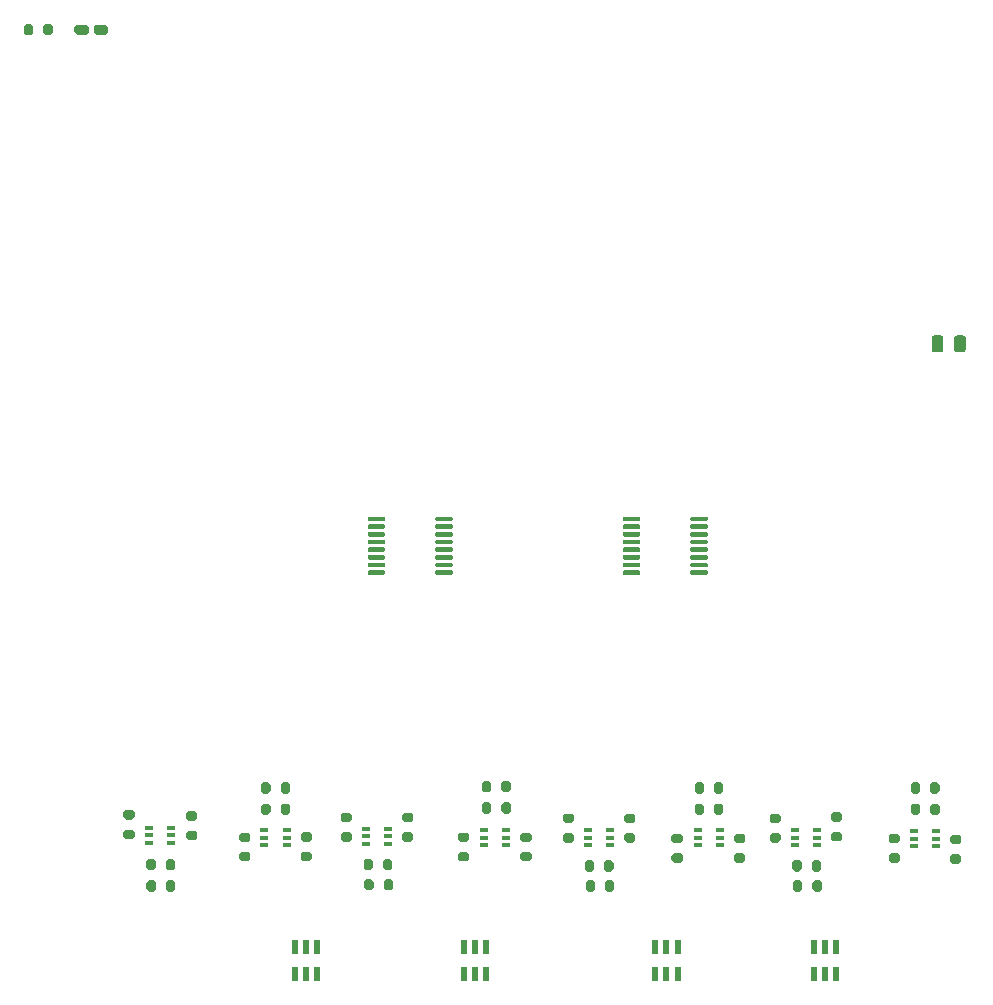
<source format=gtp>
G04 #@! TF.GenerationSoftware,KiCad,Pcbnew,5.1.10-88a1d61d58~90~ubuntu20.04.1*
G04 #@! TF.CreationDate,2021-09-14T19:28:04-05:00*
G04 #@! TF.ProjectId,serial_logger_uart_expander,73657269-616c-45f6-9c6f-676765725f75,rev?*
G04 #@! TF.SameCoordinates,Original*
G04 #@! TF.FileFunction,Paste,Top*
G04 #@! TF.FilePolarity,Positive*
%FSLAX46Y46*%
G04 Gerber Fmt 4.6, Leading zero omitted, Abs format (unit mm)*
G04 Created by KiCad (PCBNEW 5.1.10-88a1d61d58~90~ubuntu20.04.1) date 2021-09-14 19:28:04*
%MOMM*%
%LPD*%
G01*
G04 APERTURE LIST*
%ADD10R,0.600000X1.200000*%
%ADD11R,0.650000X0.400000*%
G04 APERTURE END LIST*
G36*
G01*
X112575000Y-54012500D02*
X112575000Y-53587500D01*
G75*
G02*
X112787500Y-53375000I212500J0D01*
G01*
X113587500Y-53375000D01*
G75*
G02*
X113800000Y-53587500I0J-212500D01*
G01*
X113800000Y-54012500D01*
G75*
G02*
X113587500Y-54225000I-212500J0D01*
G01*
X112787500Y-54225000D01*
G75*
G02*
X112575000Y-54012500I0J212500D01*
G01*
G37*
G36*
G01*
X114200000Y-54012500D02*
X114200000Y-53587500D01*
G75*
G02*
X114412500Y-53375000I212500J0D01*
G01*
X115212500Y-53375000D01*
G75*
G02*
X115425000Y-53587500I0J-212500D01*
G01*
X115425000Y-54012500D01*
G75*
G02*
X115212500Y-54225000I-212500J0D01*
G01*
X114412500Y-54225000D01*
G75*
G02*
X114200000Y-54012500I0J212500D01*
G01*
G37*
G36*
G01*
X165075000Y-118275000D02*
X165075000Y-117725000D01*
G75*
G02*
X165275000Y-117525000I200000J0D01*
G01*
X165675000Y-117525000D01*
G75*
G02*
X165875000Y-117725000I0J-200000D01*
G01*
X165875000Y-118275000D01*
G75*
G02*
X165675000Y-118475000I-200000J0D01*
G01*
X165275000Y-118475000D01*
G75*
G02*
X165075000Y-118275000I0J200000D01*
G01*
G37*
G36*
G01*
X166725000Y-118275000D02*
X166725000Y-117725000D01*
G75*
G02*
X166925000Y-117525000I200000J0D01*
G01*
X167325000Y-117525000D01*
G75*
G02*
X167525000Y-117725000I0J-200000D01*
G01*
X167525000Y-118275000D01*
G75*
G02*
X167325000Y-118475000I-200000J0D01*
G01*
X166925000Y-118475000D01*
G75*
G02*
X166725000Y-118275000I0J200000D01*
G01*
G37*
G36*
G01*
X185025000Y-118275000D02*
X185025000Y-117725000D01*
G75*
G02*
X185225000Y-117525000I200000J0D01*
G01*
X185625000Y-117525000D01*
G75*
G02*
X185825000Y-117725000I0J-200000D01*
G01*
X185825000Y-118275000D01*
G75*
G02*
X185625000Y-118475000I-200000J0D01*
G01*
X185225000Y-118475000D01*
G75*
G02*
X185025000Y-118275000I0J200000D01*
G01*
G37*
G36*
G01*
X183375000Y-118275000D02*
X183375000Y-117725000D01*
G75*
G02*
X183575000Y-117525000I200000J0D01*
G01*
X183975000Y-117525000D01*
G75*
G02*
X184175000Y-117725000I0J-200000D01*
G01*
X184175000Y-118275000D01*
G75*
G02*
X183975000Y-118475000I-200000J0D01*
G01*
X183575000Y-118475000D01*
G75*
G02*
X183375000Y-118275000I0J200000D01*
G01*
G37*
G36*
G01*
X119475000Y-124225000D02*
X119475000Y-124775000D01*
G75*
G02*
X119275000Y-124975000I-200000J0D01*
G01*
X118875000Y-124975000D01*
G75*
G02*
X118675000Y-124775000I0J200000D01*
G01*
X118675000Y-124225000D01*
G75*
G02*
X118875000Y-124025000I200000J0D01*
G01*
X119275000Y-124025000D01*
G75*
G02*
X119475000Y-124225000I0J-200000D01*
G01*
G37*
G36*
G01*
X121125000Y-124225000D02*
X121125000Y-124775000D01*
G75*
G02*
X120925000Y-124975000I-200000J0D01*
G01*
X120525000Y-124975000D01*
G75*
G02*
X120325000Y-124775000I0J200000D01*
G01*
X120325000Y-124225000D01*
G75*
G02*
X120525000Y-124025000I200000J0D01*
G01*
X120925000Y-124025000D01*
G75*
G02*
X121125000Y-124225000I0J-200000D01*
G01*
G37*
G36*
G01*
X148725000Y-118175000D02*
X148725000Y-117625000D01*
G75*
G02*
X148925000Y-117425000I200000J0D01*
G01*
X149325000Y-117425000D01*
G75*
G02*
X149525000Y-117625000I0J-200000D01*
G01*
X149525000Y-118175000D01*
G75*
G02*
X149325000Y-118375000I-200000J0D01*
G01*
X148925000Y-118375000D01*
G75*
G02*
X148725000Y-118175000I0J200000D01*
G01*
G37*
G36*
G01*
X147075000Y-118175000D02*
X147075000Y-117625000D01*
G75*
G02*
X147275000Y-117425000I200000J0D01*
G01*
X147675000Y-117425000D01*
G75*
G02*
X147875000Y-117625000I0J-200000D01*
G01*
X147875000Y-118175000D01*
G75*
G02*
X147675000Y-118375000I-200000J0D01*
G01*
X147275000Y-118375000D01*
G75*
G02*
X147075000Y-118175000I0J200000D01*
G01*
G37*
G36*
G01*
X156650000Y-126025000D02*
X156650000Y-126575000D01*
G75*
G02*
X156450000Y-126775000I-200000J0D01*
G01*
X156050000Y-126775000D01*
G75*
G02*
X155850000Y-126575000I0J200000D01*
G01*
X155850000Y-126025000D01*
G75*
G02*
X156050000Y-125825000I200000J0D01*
G01*
X156450000Y-125825000D01*
G75*
G02*
X156650000Y-126025000I0J-200000D01*
G01*
G37*
G36*
G01*
X158300000Y-126025000D02*
X158300000Y-126575000D01*
G75*
G02*
X158100000Y-126775000I-200000J0D01*
G01*
X157700000Y-126775000D01*
G75*
G02*
X157500000Y-126575000I0J200000D01*
G01*
X157500000Y-126025000D01*
G75*
G02*
X157700000Y-125825000I200000J0D01*
G01*
X158100000Y-125825000D01*
G75*
G02*
X158300000Y-126025000I0J-200000D01*
G01*
G37*
G36*
G01*
X175850000Y-126025000D02*
X175850000Y-126575000D01*
G75*
G02*
X175650000Y-126775000I-200000J0D01*
G01*
X175250000Y-126775000D01*
G75*
G02*
X175050000Y-126575000I0J200000D01*
G01*
X175050000Y-126025000D01*
G75*
G02*
X175250000Y-125825000I200000J0D01*
G01*
X175650000Y-125825000D01*
G75*
G02*
X175850000Y-126025000I0J-200000D01*
G01*
G37*
G36*
G01*
X174200000Y-126025000D02*
X174200000Y-126575000D01*
G75*
G02*
X174000000Y-126775000I-200000J0D01*
G01*
X173600000Y-126775000D01*
G75*
G02*
X173400000Y-126575000I0J200000D01*
G01*
X173400000Y-126025000D01*
G75*
G02*
X173600000Y-125825000I200000J0D01*
G01*
X174000000Y-125825000D01*
G75*
G02*
X174200000Y-126025000I0J-200000D01*
G01*
G37*
G36*
G01*
X130025000Y-120075000D02*
X130025000Y-119525000D01*
G75*
G02*
X130225000Y-119325000I200000J0D01*
G01*
X130625000Y-119325000D01*
G75*
G02*
X130825000Y-119525000I0J-200000D01*
G01*
X130825000Y-120075000D01*
G75*
G02*
X130625000Y-120275000I-200000J0D01*
G01*
X130225000Y-120275000D01*
G75*
G02*
X130025000Y-120075000I0J200000D01*
G01*
G37*
G36*
G01*
X128375000Y-120075000D02*
X128375000Y-119525000D01*
G75*
G02*
X128575000Y-119325000I200000J0D01*
G01*
X128975000Y-119325000D01*
G75*
G02*
X129175000Y-119525000I0J-200000D01*
G01*
X129175000Y-120075000D01*
G75*
G02*
X128975000Y-120275000I-200000J0D01*
G01*
X128575000Y-120275000D01*
G75*
G02*
X128375000Y-120075000I0J200000D01*
G01*
G37*
G36*
G01*
X137900000Y-125925000D02*
X137900000Y-126475000D01*
G75*
G02*
X137700000Y-126675000I-200000J0D01*
G01*
X137300000Y-126675000D01*
G75*
G02*
X137100000Y-126475000I0J200000D01*
G01*
X137100000Y-125925000D01*
G75*
G02*
X137300000Y-125725000I200000J0D01*
G01*
X137700000Y-125725000D01*
G75*
G02*
X137900000Y-125925000I0J-200000D01*
G01*
G37*
G36*
G01*
X139550000Y-125925000D02*
X139550000Y-126475000D01*
G75*
G02*
X139350000Y-126675000I-200000J0D01*
G01*
X138950000Y-126675000D01*
G75*
G02*
X138750000Y-126475000I0J200000D01*
G01*
X138750000Y-125925000D01*
G75*
G02*
X138950000Y-125725000I200000J0D01*
G01*
X139350000Y-125725000D01*
G75*
G02*
X139550000Y-125925000I0J-200000D01*
G01*
G37*
G36*
G01*
X169175000Y-122675000D02*
X168625000Y-122675000D01*
G75*
G02*
X168425000Y-122475000I0J200000D01*
G01*
X168425000Y-122075000D01*
G75*
G02*
X168625000Y-121875000I200000J0D01*
G01*
X169175000Y-121875000D01*
G75*
G02*
X169375000Y-122075000I0J-200000D01*
G01*
X169375000Y-122475000D01*
G75*
G02*
X169175000Y-122675000I-200000J0D01*
G01*
G37*
G36*
G01*
X169175000Y-124325000D02*
X168625000Y-124325000D01*
G75*
G02*
X168425000Y-124125000I0J200000D01*
G01*
X168425000Y-123725000D01*
G75*
G02*
X168625000Y-123525000I200000J0D01*
G01*
X169175000Y-123525000D01*
G75*
G02*
X169375000Y-123725000I0J-200000D01*
G01*
X169375000Y-124125000D01*
G75*
G02*
X169175000Y-124325000I-200000J0D01*
G01*
G37*
G36*
G01*
X187475000Y-124425000D02*
X186925000Y-124425000D01*
G75*
G02*
X186725000Y-124225000I0J200000D01*
G01*
X186725000Y-123825000D01*
G75*
G02*
X186925000Y-123625000I200000J0D01*
G01*
X187475000Y-123625000D01*
G75*
G02*
X187675000Y-123825000I0J-200000D01*
G01*
X187675000Y-124225000D01*
G75*
G02*
X187475000Y-124425000I-200000J0D01*
G01*
G37*
G36*
G01*
X187475000Y-122775000D02*
X186925000Y-122775000D01*
G75*
G02*
X186725000Y-122575000I0J200000D01*
G01*
X186725000Y-122175000D01*
G75*
G02*
X186925000Y-121975000I200000J0D01*
G01*
X187475000Y-121975000D01*
G75*
G02*
X187675000Y-122175000I0J-200000D01*
G01*
X187675000Y-122575000D01*
G75*
G02*
X187475000Y-122775000I-200000J0D01*
G01*
G37*
G36*
G01*
X116925000Y-119875000D02*
X117475000Y-119875000D01*
G75*
G02*
X117675000Y-120075000I0J-200000D01*
G01*
X117675000Y-120475000D01*
G75*
G02*
X117475000Y-120675000I-200000J0D01*
G01*
X116925000Y-120675000D01*
G75*
G02*
X116725000Y-120475000I0J200000D01*
G01*
X116725000Y-120075000D01*
G75*
G02*
X116925000Y-119875000I200000J0D01*
G01*
G37*
G36*
G01*
X116925000Y-121525000D02*
X117475000Y-121525000D01*
G75*
G02*
X117675000Y-121725000I0J-200000D01*
G01*
X117675000Y-122125000D01*
G75*
G02*
X117475000Y-122325000I-200000J0D01*
G01*
X116925000Y-122325000D01*
G75*
G02*
X116725000Y-122125000I0J200000D01*
G01*
X116725000Y-121725000D01*
G75*
G02*
X116925000Y-121525000I200000J0D01*
G01*
G37*
G36*
G01*
X151075000Y-124225000D02*
X150525000Y-124225000D01*
G75*
G02*
X150325000Y-124025000I0J200000D01*
G01*
X150325000Y-123625000D01*
G75*
G02*
X150525000Y-123425000I200000J0D01*
G01*
X151075000Y-123425000D01*
G75*
G02*
X151275000Y-123625000I0J-200000D01*
G01*
X151275000Y-124025000D01*
G75*
G02*
X151075000Y-124225000I-200000J0D01*
G01*
G37*
G36*
G01*
X151075000Y-122575000D02*
X150525000Y-122575000D01*
G75*
G02*
X150325000Y-122375000I0J200000D01*
G01*
X150325000Y-121975000D01*
G75*
G02*
X150525000Y-121775000I200000J0D01*
G01*
X151075000Y-121775000D01*
G75*
G02*
X151275000Y-121975000I0J-200000D01*
G01*
X151275000Y-122375000D01*
G75*
G02*
X151075000Y-122575000I-200000J0D01*
G01*
G37*
G36*
G01*
X154125000Y-120175000D02*
X154675000Y-120175000D01*
G75*
G02*
X154875000Y-120375000I0J-200000D01*
G01*
X154875000Y-120775000D01*
G75*
G02*
X154675000Y-120975000I-200000J0D01*
G01*
X154125000Y-120975000D01*
G75*
G02*
X153925000Y-120775000I0J200000D01*
G01*
X153925000Y-120375000D01*
G75*
G02*
X154125000Y-120175000I200000J0D01*
G01*
G37*
G36*
G01*
X154125000Y-121825000D02*
X154675000Y-121825000D01*
G75*
G02*
X154875000Y-122025000I0J-200000D01*
G01*
X154875000Y-122425000D01*
G75*
G02*
X154675000Y-122625000I-200000J0D01*
G01*
X154125000Y-122625000D01*
G75*
G02*
X153925000Y-122425000I0J200000D01*
G01*
X153925000Y-122025000D01*
G75*
G02*
X154125000Y-121825000I200000J0D01*
G01*
G37*
G36*
G01*
X171625000Y-120175000D02*
X172175000Y-120175000D01*
G75*
G02*
X172375000Y-120375000I0J-200000D01*
G01*
X172375000Y-120775000D01*
G75*
G02*
X172175000Y-120975000I-200000J0D01*
G01*
X171625000Y-120975000D01*
G75*
G02*
X171425000Y-120775000I0J200000D01*
G01*
X171425000Y-120375000D01*
G75*
G02*
X171625000Y-120175000I200000J0D01*
G01*
G37*
G36*
G01*
X171625000Y-121825000D02*
X172175000Y-121825000D01*
G75*
G02*
X172375000Y-122025000I0J-200000D01*
G01*
X172375000Y-122425000D01*
G75*
G02*
X172175000Y-122625000I-200000J0D01*
G01*
X171625000Y-122625000D01*
G75*
G02*
X171425000Y-122425000I0J200000D01*
G01*
X171425000Y-122025000D01*
G75*
G02*
X171625000Y-121825000I200000J0D01*
G01*
G37*
G36*
G01*
X132475000Y-124200000D02*
X131925000Y-124200000D01*
G75*
G02*
X131725000Y-124000000I0J200000D01*
G01*
X131725000Y-123600000D01*
G75*
G02*
X131925000Y-123400000I200000J0D01*
G01*
X132475000Y-123400000D01*
G75*
G02*
X132675000Y-123600000I0J-200000D01*
G01*
X132675000Y-124000000D01*
G75*
G02*
X132475000Y-124200000I-200000J0D01*
G01*
G37*
G36*
G01*
X132475000Y-122550000D02*
X131925000Y-122550000D01*
G75*
G02*
X131725000Y-122350000I0J200000D01*
G01*
X131725000Y-121950000D01*
G75*
G02*
X131925000Y-121750000I200000J0D01*
G01*
X132475000Y-121750000D01*
G75*
G02*
X132675000Y-121950000I0J-200000D01*
G01*
X132675000Y-122350000D01*
G75*
G02*
X132475000Y-122550000I-200000J0D01*
G01*
G37*
G36*
G01*
X135325000Y-120100000D02*
X135875000Y-120100000D01*
G75*
G02*
X136075000Y-120300000I0J-200000D01*
G01*
X136075000Y-120700000D01*
G75*
G02*
X135875000Y-120900000I-200000J0D01*
G01*
X135325000Y-120900000D01*
G75*
G02*
X135125000Y-120700000I0J200000D01*
G01*
X135125000Y-120300000D01*
G75*
G02*
X135325000Y-120100000I200000J0D01*
G01*
G37*
G36*
G01*
X135325000Y-121750000D02*
X135875000Y-121750000D01*
G75*
G02*
X136075000Y-121950000I0J-200000D01*
G01*
X136075000Y-122350000D01*
G75*
G02*
X135875000Y-122550000I-200000J0D01*
G01*
X135325000Y-122550000D01*
G75*
G02*
X135125000Y-122350000I0J200000D01*
G01*
X135125000Y-121950000D01*
G75*
G02*
X135325000Y-121750000I200000J0D01*
G01*
G37*
G36*
G01*
X163325000Y-121875000D02*
X163875000Y-121875000D01*
G75*
G02*
X164075000Y-122075000I0J-200000D01*
G01*
X164075000Y-122475000D01*
G75*
G02*
X163875000Y-122675000I-200000J0D01*
G01*
X163325000Y-122675000D01*
G75*
G02*
X163125000Y-122475000I0J200000D01*
G01*
X163125000Y-122075000D01*
G75*
G02*
X163325000Y-121875000I200000J0D01*
G01*
G37*
G36*
G01*
X163325000Y-123525000D02*
X163875000Y-123525000D01*
G75*
G02*
X164075000Y-123725000I0J-200000D01*
G01*
X164075000Y-124125000D01*
G75*
G02*
X163875000Y-124325000I-200000J0D01*
G01*
X163325000Y-124325000D01*
G75*
G02*
X163125000Y-124125000I0J200000D01*
G01*
X163125000Y-123725000D01*
G75*
G02*
X163325000Y-123525000I200000J0D01*
G01*
G37*
G36*
G01*
X181725000Y-123525000D02*
X182275000Y-123525000D01*
G75*
G02*
X182475000Y-123725000I0J-200000D01*
G01*
X182475000Y-124125000D01*
G75*
G02*
X182275000Y-124325000I-200000J0D01*
G01*
X181725000Y-124325000D01*
G75*
G02*
X181525000Y-124125000I0J200000D01*
G01*
X181525000Y-123725000D01*
G75*
G02*
X181725000Y-123525000I200000J0D01*
G01*
G37*
G36*
G01*
X181725000Y-121875000D02*
X182275000Y-121875000D01*
G75*
G02*
X182475000Y-122075000I0J-200000D01*
G01*
X182475000Y-122475000D01*
G75*
G02*
X182275000Y-122675000I-200000J0D01*
G01*
X181725000Y-122675000D01*
G75*
G02*
X181525000Y-122475000I0J200000D01*
G01*
X181525000Y-122075000D01*
G75*
G02*
X181725000Y-121875000I200000J0D01*
G01*
G37*
G36*
G01*
X122775000Y-120775000D02*
X122225000Y-120775000D01*
G75*
G02*
X122025000Y-120575000I0J200000D01*
G01*
X122025000Y-120175000D01*
G75*
G02*
X122225000Y-119975000I200000J0D01*
G01*
X122775000Y-119975000D01*
G75*
G02*
X122975000Y-120175000I0J-200000D01*
G01*
X122975000Y-120575000D01*
G75*
G02*
X122775000Y-120775000I-200000J0D01*
G01*
G37*
G36*
G01*
X122775000Y-122425000D02*
X122225000Y-122425000D01*
G75*
G02*
X122025000Y-122225000I0J200000D01*
G01*
X122025000Y-121825000D01*
G75*
G02*
X122225000Y-121625000I200000J0D01*
G01*
X122775000Y-121625000D01*
G75*
G02*
X122975000Y-121825000I0J-200000D01*
G01*
X122975000Y-122225000D01*
G75*
G02*
X122775000Y-122425000I-200000J0D01*
G01*
G37*
G36*
G01*
X145225000Y-123425000D02*
X145775000Y-123425000D01*
G75*
G02*
X145975000Y-123625000I0J-200000D01*
G01*
X145975000Y-124025000D01*
G75*
G02*
X145775000Y-124225000I-200000J0D01*
G01*
X145225000Y-124225000D01*
G75*
G02*
X145025000Y-124025000I0J200000D01*
G01*
X145025000Y-123625000D01*
G75*
G02*
X145225000Y-123425000I200000J0D01*
G01*
G37*
G36*
G01*
X145225000Y-121775000D02*
X145775000Y-121775000D01*
G75*
G02*
X145975000Y-121975000I0J-200000D01*
G01*
X145975000Y-122375000D01*
G75*
G02*
X145775000Y-122575000I-200000J0D01*
G01*
X145225000Y-122575000D01*
G75*
G02*
X145025000Y-122375000I0J200000D01*
G01*
X145025000Y-121975000D01*
G75*
G02*
X145225000Y-121775000I200000J0D01*
G01*
G37*
G36*
G01*
X159875000Y-120975000D02*
X159325000Y-120975000D01*
G75*
G02*
X159125000Y-120775000I0J200000D01*
G01*
X159125000Y-120375000D01*
G75*
G02*
X159325000Y-120175000I200000J0D01*
G01*
X159875000Y-120175000D01*
G75*
G02*
X160075000Y-120375000I0J-200000D01*
G01*
X160075000Y-120775000D01*
G75*
G02*
X159875000Y-120975000I-200000J0D01*
G01*
G37*
G36*
G01*
X159875000Y-122625000D02*
X159325000Y-122625000D01*
G75*
G02*
X159125000Y-122425000I0J200000D01*
G01*
X159125000Y-122025000D01*
G75*
G02*
X159325000Y-121825000I200000J0D01*
G01*
X159875000Y-121825000D01*
G75*
G02*
X160075000Y-122025000I0J-200000D01*
G01*
X160075000Y-122425000D01*
G75*
G02*
X159875000Y-122625000I-200000J0D01*
G01*
G37*
G36*
G01*
X177375000Y-120875000D02*
X176825000Y-120875000D01*
G75*
G02*
X176625000Y-120675000I0J200000D01*
G01*
X176625000Y-120275000D01*
G75*
G02*
X176825000Y-120075000I200000J0D01*
G01*
X177375000Y-120075000D01*
G75*
G02*
X177575000Y-120275000I0J-200000D01*
G01*
X177575000Y-120675000D01*
G75*
G02*
X177375000Y-120875000I-200000J0D01*
G01*
G37*
G36*
G01*
X177375000Y-122525000D02*
X176825000Y-122525000D01*
G75*
G02*
X176625000Y-122325000I0J200000D01*
G01*
X176625000Y-121925000D01*
G75*
G02*
X176825000Y-121725000I200000J0D01*
G01*
X177375000Y-121725000D01*
G75*
G02*
X177575000Y-121925000I0J-200000D01*
G01*
X177575000Y-122325000D01*
G75*
G02*
X177375000Y-122525000I-200000J0D01*
G01*
G37*
G36*
G01*
X126725000Y-123425000D02*
X127275000Y-123425000D01*
G75*
G02*
X127475000Y-123625000I0J-200000D01*
G01*
X127475000Y-124025000D01*
G75*
G02*
X127275000Y-124225000I-200000J0D01*
G01*
X126725000Y-124225000D01*
G75*
G02*
X126525000Y-124025000I0J200000D01*
G01*
X126525000Y-123625000D01*
G75*
G02*
X126725000Y-123425000I200000J0D01*
G01*
G37*
G36*
G01*
X126725000Y-121775000D02*
X127275000Y-121775000D01*
G75*
G02*
X127475000Y-121975000I0J-200000D01*
G01*
X127475000Y-122375000D01*
G75*
G02*
X127275000Y-122575000I-200000J0D01*
G01*
X126725000Y-122575000D01*
G75*
G02*
X126525000Y-122375000I0J200000D01*
G01*
X126525000Y-121975000D01*
G75*
G02*
X126725000Y-121775000I200000J0D01*
G01*
G37*
G36*
G01*
X141075000Y-120900000D02*
X140525000Y-120900000D01*
G75*
G02*
X140325000Y-120700000I0J200000D01*
G01*
X140325000Y-120300000D01*
G75*
G02*
X140525000Y-120100000I200000J0D01*
G01*
X141075000Y-120100000D01*
G75*
G02*
X141275000Y-120300000I0J-200000D01*
G01*
X141275000Y-120700000D01*
G75*
G02*
X141075000Y-120900000I-200000J0D01*
G01*
G37*
G36*
G01*
X141075000Y-122550000D02*
X140525000Y-122550000D01*
G75*
G02*
X140325000Y-122350000I0J200000D01*
G01*
X140325000Y-121950000D01*
G75*
G02*
X140525000Y-121750000I200000J0D01*
G01*
X141075000Y-121750000D01*
G75*
G02*
X141275000Y-121950000I0J-200000D01*
G01*
X141275000Y-122350000D01*
G75*
G02*
X141075000Y-122550000I-200000J0D01*
G01*
G37*
G36*
G01*
X166725000Y-120075000D02*
X166725000Y-119525000D01*
G75*
G02*
X166925000Y-119325000I200000J0D01*
G01*
X167325000Y-119325000D01*
G75*
G02*
X167525000Y-119525000I0J-200000D01*
G01*
X167525000Y-120075000D01*
G75*
G02*
X167325000Y-120275000I-200000J0D01*
G01*
X166925000Y-120275000D01*
G75*
G02*
X166725000Y-120075000I0J200000D01*
G01*
G37*
G36*
G01*
X165075000Y-120075000D02*
X165075000Y-119525000D01*
G75*
G02*
X165275000Y-119325000I200000J0D01*
G01*
X165675000Y-119325000D01*
G75*
G02*
X165875000Y-119525000I0J-200000D01*
G01*
X165875000Y-120075000D01*
G75*
G02*
X165675000Y-120275000I-200000J0D01*
G01*
X165275000Y-120275000D01*
G75*
G02*
X165075000Y-120075000I0J200000D01*
G01*
G37*
G36*
G01*
X183375000Y-120075000D02*
X183375000Y-119525000D01*
G75*
G02*
X183575000Y-119325000I200000J0D01*
G01*
X183975000Y-119325000D01*
G75*
G02*
X184175000Y-119525000I0J-200000D01*
G01*
X184175000Y-120075000D01*
G75*
G02*
X183975000Y-120275000I-200000J0D01*
G01*
X183575000Y-120275000D01*
G75*
G02*
X183375000Y-120075000I0J200000D01*
G01*
G37*
G36*
G01*
X185025000Y-120075000D02*
X185025000Y-119525000D01*
G75*
G02*
X185225000Y-119325000I200000J0D01*
G01*
X185625000Y-119325000D01*
G75*
G02*
X185825000Y-119525000I0J-200000D01*
G01*
X185825000Y-120075000D01*
G75*
G02*
X185625000Y-120275000I-200000J0D01*
G01*
X185225000Y-120275000D01*
G75*
G02*
X185025000Y-120075000I0J200000D01*
G01*
G37*
G36*
G01*
X121125000Y-126025000D02*
X121125000Y-126575000D01*
G75*
G02*
X120925000Y-126775000I-200000J0D01*
G01*
X120525000Y-126775000D01*
G75*
G02*
X120325000Y-126575000I0J200000D01*
G01*
X120325000Y-126025000D01*
G75*
G02*
X120525000Y-125825000I200000J0D01*
G01*
X120925000Y-125825000D01*
G75*
G02*
X121125000Y-126025000I0J-200000D01*
G01*
G37*
G36*
G01*
X119475000Y-126025000D02*
X119475000Y-126575000D01*
G75*
G02*
X119275000Y-126775000I-200000J0D01*
G01*
X118875000Y-126775000D01*
G75*
G02*
X118675000Y-126575000I0J200000D01*
G01*
X118675000Y-126025000D01*
G75*
G02*
X118875000Y-125825000I200000J0D01*
G01*
X119275000Y-125825000D01*
G75*
G02*
X119475000Y-126025000I0J-200000D01*
G01*
G37*
G36*
G01*
X147075000Y-119975000D02*
X147075000Y-119425000D01*
G75*
G02*
X147275000Y-119225000I200000J0D01*
G01*
X147675000Y-119225000D01*
G75*
G02*
X147875000Y-119425000I0J-200000D01*
G01*
X147875000Y-119975000D01*
G75*
G02*
X147675000Y-120175000I-200000J0D01*
G01*
X147275000Y-120175000D01*
G75*
G02*
X147075000Y-119975000I0J200000D01*
G01*
G37*
G36*
G01*
X148725000Y-119975000D02*
X148725000Y-119425000D01*
G75*
G02*
X148925000Y-119225000I200000J0D01*
G01*
X149325000Y-119225000D01*
G75*
G02*
X149525000Y-119425000I0J-200000D01*
G01*
X149525000Y-119975000D01*
G75*
G02*
X149325000Y-120175000I-200000J0D01*
G01*
X148925000Y-120175000D01*
G75*
G02*
X148725000Y-119975000I0J200000D01*
G01*
G37*
G36*
G01*
X156575000Y-124325000D02*
X156575000Y-124875000D01*
G75*
G02*
X156375000Y-125075000I-200000J0D01*
G01*
X155975000Y-125075000D01*
G75*
G02*
X155775000Y-124875000I0J200000D01*
G01*
X155775000Y-124325000D01*
G75*
G02*
X155975000Y-124125000I200000J0D01*
G01*
X156375000Y-124125000D01*
G75*
G02*
X156575000Y-124325000I0J-200000D01*
G01*
G37*
G36*
G01*
X158225000Y-124325000D02*
X158225000Y-124875000D01*
G75*
G02*
X158025000Y-125075000I-200000J0D01*
G01*
X157625000Y-125075000D01*
G75*
G02*
X157425000Y-124875000I0J200000D01*
G01*
X157425000Y-124325000D01*
G75*
G02*
X157625000Y-124125000I200000J0D01*
G01*
X158025000Y-124125000D01*
G75*
G02*
X158225000Y-124325000I0J-200000D01*
G01*
G37*
G36*
G01*
X175800000Y-124325000D02*
X175800000Y-124875000D01*
G75*
G02*
X175600000Y-125075000I-200000J0D01*
G01*
X175200000Y-125075000D01*
G75*
G02*
X175000000Y-124875000I0J200000D01*
G01*
X175000000Y-124325000D01*
G75*
G02*
X175200000Y-124125000I200000J0D01*
G01*
X175600000Y-124125000D01*
G75*
G02*
X175800000Y-124325000I0J-200000D01*
G01*
G37*
G36*
G01*
X174150000Y-124325000D02*
X174150000Y-124875000D01*
G75*
G02*
X173950000Y-125075000I-200000J0D01*
G01*
X173550000Y-125075000D01*
G75*
G02*
X173350000Y-124875000I0J200000D01*
G01*
X173350000Y-124325000D01*
G75*
G02*
X173550000Y-124125000I200000J0D01*
G01*
X173950000Y-124125000D01*
G75*
G02*
X174150000Y-124325000I0J-200000D01*
G01*
G37*
G36*
G01*
X128375000Y-118275000D02*
X128375000Y-117725000D01*
G75*
G02*
X128575000Y-117525000I200000J0D01*
G01*
X128975000Y-117525000D01*
G75*
G02*
X129175000Y-117725000I0J-200000D01*
G01*
X129175000Y-118275000D01*
G75*
G02*
X128975000Y-118475000I-200000J0D01*
G01*
X128575000Y-118475000D01*
G75*
G02*
X128375000Y-118275000I0J200000D01*
G01*
G37*
G36*
G01*
X130025000Y-118275000D02*
X130025000Y-117725000D01*
G75*
G02*
X130225000Y-117525000I200000J0D01*
G01*
X130625000Y-117525000D01*
G75*
G02*
X130825000Y-117725000I0J-200000D01*
G01*
X130825000Y-118275000D01*
G75*
G02*
X130625000Y-118475000I-200000J0D01*
G01*
X130225000Y-118475000D01*
G75*
G02*
X130025000Y-118275000I0J200000D01*
G01*
G37*
G36*
G01*
X139500000Y-124225000D02*
X139500000Y-124775000D01*
G75*
G02*
X139300000Y-124975000I-200000J0D01*
G01*
X138900000Y-124975000D01*
G75*
G02*
X138700000Y-124775000I0J200000D01*
G01*
X138700000Y-124225000D01*
G75*
G02*
X138900000Y-124025000I200000J0D01*
G01*
X139300000Y-124025000D01*
G75*
G02*
X139500000Y-124225000I0J-200000D01*
G01*
G37*
G36*
G01*
X137850000Y-124225000D02*
X137850000Y-124775000D01*
G75*
G02*
X137650000Y-124975000I-200000J0D01*
G01*
X137250000Y-124975000D01*
G75*
G02*
X137050000Y-124775000I0J200000D01*
G01*
X137050000Y-124225000D01*
G75*
G02*
X137250000Y-124025000I200000J0D01*
G01*
X137650000Y-124025000D01*
G75*
G02*
X137850000Y-124225000I0J-200000D01*
G01*
G37*
G36*
G01*
X108275000Y-54075000D02*
X108275000Y-53525000D01*
G75*
G02*
X108475000Y-53325000I200000J0D01*
G01*
X108875000Y-53325000D01*
G75*
G02*
X109075000Y-53525000I0J-200000D01*
G01*
X109075000Y-54075000D01*
G75*
G02*
X108875000Y-54275000I-200000J0D01*
G01*
X108475000Y-54275000D01*
G75*
G02*
X108275000Y-54075000I0J200000D01*
G01*
G37*
G36*
G01*
X109925000Y-54075000D02*
X109925000Y-53525000D01*
G75*
G02*
X110125000Y-53325000I200000J0D01*
G01*
X110525000Y-53325000D01*
G75*
G02*
X110725000Y-53525000I0J-200000D01*
G01*
X110725000Y-54075000D01*
G75*
G02*
X110525000Y-54275000I-200000J0D01*
G01*
X110125000Y-54275000D01*
G75*
G02*
X109925000Y-54075000I0J200000D01*
G01*
G37*
G36*
G01*
X138875000Y-99675000D02*
X138875000Y-99875000D01*
G75*
G02*
X138775000Y-99975000I-100000J0D01*
G01*
X137500000Y-99975000D01*
G75*
G02*
X137400000Y-99875000I0J100000D01*
G01*
X137400000Y-99675000D01*
G75*
G02*
X137500000Y-99575000I100000J0D01*
G01*
X138775000Y-99575000D01*
G75*
G02*
X138875000Y-99675000I0J-100000D01*
G01*
G37*
G36*
G01*
X138875000Y-99025000D02*
X138875000Y-99225000D01*
G75*
G02*
X138775000Y-99325000I-100000J0D01*
G01*
X137500000Y-99325000D01*
G75*
G02*
X137400000Y-99225000I0J100000D01*
G01*
X137400000Y-99025000D01*
G75*
G02*
X137500000Y-98925000I100000J0D01*
G01*
X138775000Y-98925000D01*
G75*
G02*
X138875000Y-99025000I0J-100000D01*
G01*
G37*
G36*
G01*
X138875000Y-98375000D02*
X138875000Y-98575000D01*
G75*
G02*
X138775000Y-98675000I-100000J0D01*
G01*
X137500000Y-98675000D01*
G75*
G02*
X137400000Y-98575000I0J100000D01*
G01*
X137400000Y-98375000D01*
G75*
G02*
X137500000Y-98275000I100000J0D01*
G01*
X138775000Y-98275000D01*
G75*
G02*
X138875000Y-98375000I0J-100000D01*
G01*
G37*
G36*
G01*
X138875000Y-97725000D02*
X138875000Y-97925000D01*
G75*
G02*
X138775000Y-98025000I-100000J0D01*
G01*
X137500000Y-98025000D01*
G75*
G02*
X137400000Y-97925000I0J100000D01*
G01*
X137400000Y-97725000D01*
G75*
G02*
X137500000Y-97625000I100000J0D01*
G01*
X138775000Y-97625000D01*
G75*
G02*
X138875000Y-97725000I0J-100000D01*
G01*
G37*
G36*
G01*
X138875000Y-97075000D02*
X138875000Y-97275000D01*
G75*
G02*
X138775000Y-97375000I-100000J0D01*
G01*
X137500000Y-97375000D01*
G75*
G02*
X137400000Y-97275000I0J100000D01*
G01*
X137400000Y-97075000D01*
G75*
G02*
X137500000Y-96975000I100000J0D01*
G01*
X138775000Y-96975000D01*
G75*
G02*
X138875000Y-97075000I0J-100000D01*
G01*
G37*
G36*
G01*
X138875000Y-96425000D02*
X138875000Y-96625000D01*
G75*
G02*
X138775000Y-96725000I-100000J0D01*
G01*
X137500000Y-96725000D01*
G75*
G02*
X137400000Y-96625000I0J100000D01*
G01*
X137400000Y-96425000D01*
G75*
G02*
X137500000Y-96325000I100000J0D01*
G01*
X138775000Y-96325000D01*
G75*
G02*
X138875000Y-96425000I0J-100000D01*
G01*
G37*
G36*
G01*
X138875000Y-95775000D02*
X138875000Y-95975000D01*
G75*
G02*
X138775000Y-96075000I-100000J0D01*
G01*
X137500000Y-96075000D01*
G75*
G02*
X137400000Y-95975000I0J100000D01*
G01*
X137400000Y-95775000D01*
G75*
G02*
X137500000Y-95675000I100000J0D01*
G01*
X138775000Y-95675000D01*
G75*
G02*
X138875000Y-95775000I0J-100000D01*
G01*
G37*
G36*
G01*
X138875000Y-95125000D02*
X138875000Y-95325000D01*
G75*
G02*
X138775000Y-95425000I-100000J0D01*
G01*
X137500000Y-95425000D01*
G75*
G02*
X137400000Y-95325000I0J100000D01*
G01*
X137400000Y-95125000D01*
G75*
G02*
X137500000Y-95025000I100000J0D01*
G01*
X138775000Y-95025000D01*
G75*
G02*
X138875000Y-95125000I0J-100000D01*
G01*
G37*
G36*
G01*
X144600000Y-95125000D02*
X144600000Y-95325000D01*
G75*
G02*
X144500000Y-95425000I-100000J0D01*
G01*
X143225000Y-95425000D01*
G75*
G02*
X143125000Y-95325000I0J100000D01*
G01*
X143125000Y-95125000D01*
G75*
G02*
X143225000Y-95025000I100000J0D01*
G01*
X144500000Y-95025000D01*
G75*
G02*
X144600000Y-95125000I0J-100000D01*
G01*
G37*
G36*
G01*
X144600000Y-95775000D02*
X144600000Y-95975000D01*
G75*
G02*
X144500000Y-96075000I-100000J0D01*
G01*
X143225000Y-96075000D01*
G75*
G02*
X143125000Y-95975000I0J100000D01*
G01*
X143125000Y-95775000D01*
G75*
G02*
X143225000Y-95675000I100000J0D01*
G01*
X144500000Y-95675000D01*
G75*
G02*
X144600000Y-95775000I0J-100000D01*
G01*
G37*
G36*
G01*
X144600000Y-96425000D02*
X144600000Y-96625000D01*
G75*
G02*
X144500000Y-96725000I-100000J0D01*
G01*
X143225000Y-96725000D01*
G75*
G02*
X143125000Y-96625000I0J100000D01*
G01*
X143125000Y-96425000D01*
G75*
G02*
X143225000Y-96325000I100000J0D01*
G01*
X144500000Y-96325000D01*
G75*
G02*
X144600000Y-96425000I0J-100000D01*
G01*
G37*
G36*
G01*
X144600000Y-97075000D02*
X144600000Y-97275000D01*
G75*
G02*
X144500000Y-97375000I-100000J0D01*
G01*
X143225000Y-97375000D01*
G75*
G02*
X143125000Y-97275000I0J100000D01*
G01*
X143125000Y-97075000D01*
G75*
G02*
X143225000Y-96975000I100000J0D01*
G01*
X144500000Y-96975000D01*
G75*
G02*
X144600000Y-97075000I0J-100000D01*
G01*
G37*
G36*
G01*
X144600000Y-97725000D02*
X144600000Y-97925000D01*
G75*
G02*
X144500000Y-98025000I-100000J0D01*
G01*
X143225000Y-98025000D01*
G75*
G02*
X143125000Y-97925000I0J100000D01*
G01*
X143125000Y-97725000D01*
G75*
G02*
X143225000Y-97625000I100000J0D01*
G01*
X144500000Y-97625000D01*
G75*
G02*
X144600000Y-97725000I0J-100000D01*
G01*
G37*
G36*
G01*
X144600000Y-98375000D02*
X144600000Y-98575000D01*
G75*
G02*
X144500000Y-98675000I-100000J0D01*
G01*
X143225000Y-98675000D01*
G75*
G02*
X143125000Y-98575000I0J100000D01*
G01*
X143125000Y-98375000D01*
G75*
G02*
X143225000Y-98275000I100000J0D01*
G01*
X144500000Y-98275000D01*
G75*
G02*
X144600000Y-98375000I0J-100000D01*
G01*
G37*
G36*
G01*
X144600000Y-99025000D02*
X144600000Y-99225000D01*
G75*
G02*
X144500000Y-99325000I-100000J0D01*
G01*
X143225000Y-99325000D01*
G75*
G02*
X143125000Y-99225000I0J100000D01*
G01*
X143125000Y-99025000D01*
G75*
G02*
X143225000Y-98925000I100000J0D01*
G01*
X144500000Y-98925000D01*
G75*
G02*
X144600000Y-99025000I0J-100000D01*
G01*
G37*
G36*
G01*
X144600000Y-99675000D02*
X144600000Y-99875000D01*
G75*
G02*
X144500000Y-99975000I-100000J0D01*
G01*
X143225000Y-99975000D01*
G75*
G02*
X143125000Y-99875000I0J100000D01*
G01*
X143125000Y-99675000D01*
G75*
G02*
X143225000Y-99575000I100000J0D01*
G01*
X144500000Y-99575000D01*
G75*
G02*
X144600000Y-99675000I0J-100000D01*
G01*
G37*
G36*
G01*
X159000000Y-95325000D02*
X159000000Y-95125000D01*
G75*
G02*
X159100000Y-95025000I100000J0D01*
G01*
X160375000Y-95025000D01*
G75*
G02*
X160475000Y-95125000I0J-100000D01*
G01*
X160475000Y-95325000D01*
G75*
G02*
X160375000Y-95425000I-100000J0D01*
G01*
X159100000Y-95425000D01*
G75*
G02*
X159000000Y-95325000I0J100000D01*
G01*
G37*
G36*
G01*
X159000000Y-95975000D02*
X159000000Y-95775000D01*
G75*
G02*
X159100000Y-95675000I100000J0D01*
G01*
X160375000Y-95675000D01*
G75*
G02*
X160475000Y-95775000I0J-100000D01*
G01*
X160475000Y-95975000D01*
G75*
G02*
X160375000Y-96075000I-100000J0D01*
G01*
X159100000Y-96075000D01*
G75*
G02*
X159000000Y-95975000I0J100000D01*
G01*
G37*
G36*
G01*
X159000000Y-96625000D02*
X159000000Y-96425000D01*
G75*
G02*
X159100000Y-96325000I100000J0D01*
G01*
X160375000Y-96325000D01*
G75*
G02*
X160475000Y-96425000I0J-100000D01*
G01*
X160475000Y-96625000D01*
G75*
G02*
X160375000Y-96725000I-100000J0D01*
G01*
X159100000Y-96725000D01*
G75*
G02*
X159000000Y-96625000I0J100000D01*
G01*
G37*
G36*
G01*
X159000000Y-97275000D02*
X159000000Y-97075000D01*
G75*
G02*
X159100000Y-96975000I100000J0D01*
G01*
X160375000Y-96975000D01*
G75*
G02*
X160475000Y-97075000I0J-100000D01*
G01*
X160475000Y-97275000D01*
G75*
G02*
X160375000Y-97375000I-100000J0D01*
G01*
X159100000Y-97375000D01*
G75*
G02*
X159000000Y-97275000I0J100000D01*
G01*
G37*
G36*
G01*
X159000000Y-97925000D02*
X159000000Y-97725000D01*
G75*
G02*
X159100000Y-97625000I100000J0D01*
G01*
X160375000Y-97625000D01*
G75*
G02*
X160475000Y-97725000I0J-100000D01*
G01*
X160475000Y-97925000D01*
G75*
G02*
X160375000Y-98025000I-100000J0D01*
G01*
X159100000Y-98025000D01*
G75*
G02*
X159000000Y-97925000I0J100000D01*
G01*
G37*
G36*
G01*
X159000000Y-98575000D02*
X159000000Y-98375000D01*
G75*
G02*
X159100000Y-98275000I100000J0D01*
G01*
X160375000Y-98275000D01*
G75*
G02*
X160475000Y-98375000I0J-100000D01*
G01*
X160475000Y-98575000D01*
G75*
G02*
X160375000Y-98675000I-100000J0D01*
G01*
X159100000Y-98675000D01*
G75*
G02*
X159000000Y-98575000I0J100000D01*
G01*
G37*
G36*
G01*
X159000000Y-99225000D02*
X159000000Y-99025000D01*
G75*
G02*
X159100000Y-98925000I100000J0D01*
G01*
X160375000Y-98925000D01*
G75*
G02*
X160475000Y-99025000I0J-100000D01*
G01*
X160475000Y-99225000D01*
G75*
G02*
X160375000Y-99325000I-100000J0D01*
G01*
X159100000Y-99325000D01*
G75*
G02*
X159000000Y-99225000I0J100000D01*
G01*
G37*
G36*
G01*
X159000000Y-99875000D02*
X159000000Y-99675000D01*
G75*
G02*
X159100000Y-99575000I100000J0D01*
G01*
X160375000Y-99575000D01*
G75*
G02*
X160475000Y-99675000I0J-100000D01*
G01*
X160475000Y-99875000D01*
G75*
G02*
X160375000Y-99975000I-100000J0D01*
G01*
X159100000Y-99975000D01*
G75*
G02*
X159000000Y-99875000I0J100000D01*
G01*
G37*
G36*
G01*
X164725000Y-99875000D02*
X164725000Y-99675000D01*
G75*
G02*
X164825000Y-99575000I100000J0D01*
G01*
X166100000Y-99575000D01*
G75*
G02*
X166200000Y-99675000I0J-100000D01*
G01*
X166200000Y-99875000D01*
G75*
G02*
X166100000Y-99975000I-100000J0D01*
G01*
X164825000Y-99975000D01*
G75*
G02*
X164725000Y-99875000I0J100000D01*
G01*
G37*
G36*
G01*
X164725000Y-99225000D02*
X164725000Y-99025000D01*
G75*
G02*
X164825000Y-98925000I100000J0D01*
G01*
X166100000Y-98925000D01*
G75*
G02*
X166200000Y-99025000I0J-100000D01*
G01*
X166200000Y-99225000D01*
G75*
G02*
X166100000Y-99325000I-100000J0D01*
G01*
X164825000Y-99325000D01*
G75*
G02*
X164725000Y-99225000I0J100000D01*
G01*
G37*
G36*
G01*
X164725000Y-98575000D02*
X164725000Y-98375000D01*
G75*
G02*
X164825000Y-98275000I100000J0D01*
G01*
X166100000Y-98275000D01*
G75*
G02*
X166200000Y-98375000I0J-100000D01*
G01*
X166200000Y-98575000D01*
G75*
G02*
X166100000Y-98675000I-100000J0D01*
G01*
X164825000Y-98675000D01*
G75*
G02*
X164725000Y-98575000I0J100000D01*
G01*
G37*
G36*
G01*
X164725000Y-97925000D02*
X164725000Y-97725000D01*
G75*
G02*
X164825000Y-97625000I100000J0D01*
G01*
X166100000Y-97625000D01*
G75*
G02*
X166200000Y-97725000I0J-100000D01*
G01*
X166200000Y-97925000D01*
G75*
G02*
X166100000Y-98025000I-100000J0D01*
G01*
X164825000Y-98025000D01*
G75*
G02*
X164725000Y-97925000I0J100000D01*
G01*
G37*
G36*
G01*
X164725000Y-97275000D02*
X164725000Y-97075000D01*
G75*
G02*
X164825000Y-96975000I100000J0D01*
G01*
X166100000Y-96975000D01*
G75*
G02*
X166200000Y-97075000I0J-100000D01*
G01*
X166200000Y-97275000D01*
G75*
G02*
X166100000Y-97375000I-100000J0D01*
G01*
X164825000Y-97375000D01*
G75*
G02*
X164725000Y-97275000I0J100000D01*
G01*
G37*
G36*
G01*
X164725000Y-96625000D02*
X164725000Y-96425000D01*
G75*
G02*
X164825000Y-96325000I100000J0D01*
G01*
X166100000Y-96325000D01*
G75*
G02*
X166200000Y-96425000I0J-100000D01*
G01*
X166200000Y-96625000D01*
G75*
G02*
X166100000Y-96725000I-100000J0D01*
G01*
X164825000Y-96725000D01*
G75*
G02*
X164725000Y-96625000I0J100000D01*
G01*
G37*
G36*
G01*
X164725000Y-95975000D02*
X164725000Y-95775000D01*
G75*
G02*
X164825000Y-95675000I100000J0D01*
G01*
X166100000Y-95675000D01*
G75*
G02*
X166200000Y-95775000I0J-100000D01*
G01*
X166200000Y-95975000D01*
G75*
G02*
X166100000Y-96075000I-100000J0D01*
G01*
X164825000Y-96075000D01*
G75*
G02*
X164725000Y-95975000I0J100000D01*
G01*
G37*
G36*
G01*
X164725000Y-95325000D02*
X164725000Y-95125000D01*
G75*
G02*
X164825000Y-95025000I100000J0D01*
G01*
X166100000Y-95025000D01*
G75*
G02*
X166200000Y-95125000I0J-100000D01*
G01*
X166200000Y-95325000D01*
G75*
G02*
X166100000Y-95425000I-100000J0D01*
G01*
X164825000Y-95425000D01*
G75*
G02*
X164725000Y-95325000I0J100000D01*
G01*
G37*
D10*
X162700000Y-133750000D03*
X163650000Y-133750000D03*
X161750000Y-133750000D03*
X161750000Y-131450000D03*
X162700000Y-131450000D03*
X163650000Y-131450000D03*
X177050000Y-131450000D03*
X176100000Y-131450000D03*
X175150000Y-131450000D03*
X175150000Y-133750000D03*
X177050000Y-133750000D03*
X176100000Y-133750000D03*
X132200000Y-133750000D03*
X133150000Y-133750000D03*
X131250000Y-133750000D03*
X131250000Y-131450000D03*
X132200000Y-131450000D03*
X133150000Y-131450000D03*
D11*
X165350000Y-122850000D03*
X165350000Y-121550000D03*
X167250000Y-122200000D03*
X165350000Y-122200000D03*
X167250000Y-121550000D03*
X167250000Y-122850000D03*
X185550000Y-122950000D03*
X185550000Y-121650000D03*
X183650000Y-122300000D03*
X185550000Y-122300000D03*
X183650000Y-121650000D03*
X183650000Y-122950000D03*
X118850000Y-121350000D03*
X118850000Y-122650000D03*
X120750000Y-122000000D03*
X118850000Y-122000000D03*
X120750000Y-122650000D03*
X120750000Y-121350000D03*
X147250000Y-122850000D03*
X147250000Y-121550000D03*
X149150000Y-122200000D03*
X147250000Y-122200000D03*
X149150000Y-121550000D03*
X149150000Y-122850000D03*
X157950000Y-121550000D03*
X157950000Y-122850000D03*
X156050000Y-122200000D03*
X157950000Y-122200000D03*
X156050000Y-122850000D03*
X156050000Y-121550000D03*
X175450000Y-121550000D03*
X175450000Y-122850000D03*
X173550000Y-122200000D03*
X175450000Y-122200000D03*
X173550000Y-122850000D03*
X173550000Y-121550000D03*
X130550000Y-122850000D03*
X130550000Y-121550000D03*
X128650000Y-122200000D03*
X130550000Y-122200000D03*
X128650000Y-121550000D03*
X128650000Y-122850000D03*
X137250000Y-121450000D03*
X137250000Y-122750000D03*
X139150000Y-122100000D03*
X137250000Y-122100000D03*
X139150000Y-122750000D03*
X139150000Y-121450000D03*
D10*
X147450000Y-131450000D03*
X146500000Y-131450000D03*
X145550000Y-131450000D03*
X145550000Y-133750000D03*
X147450000Y-133750000D03*
X146500000Y-133750000D03*
G36*
G01*
X188050000Y-79925000D02*
X188050000Y-80875000D01*
G75*
G02*
X187800000Y-81125000I-250000J0D01*
G01*
X187300000Y-81125000D01*
G75*
G02*
X187050000Y-80875000I0J250000D01*
G01*
X187050000Y-79925000D01*
G75*
G02*
X187300000Y-79675000I250000J0D01*
G01*
X187800000Y-79675000D01*
G75*
G02*
X188050000Y-79925000I0J-250000D01*
G01*
G37*
G36*
G01*
X186150000Y-79925000D02*
X186150000Y-80875000D01*
G75*
G02*
X185900000Y-81125000I-250000J0D01*
G01*
X185400000Y-81125000D01*
G75*
G02*
X185150000Y-80875000I0J250000D01*
G01*
X185150000Y-79925000D01*
G75*
G02*
X185400000Y-79675000I250000J0D01*
G01*
X185900000Y-79675000D01*
G75*
G02*
X186150000Y-79925000I0J-250000D01*
G01*
G37*
M02*

</source>
